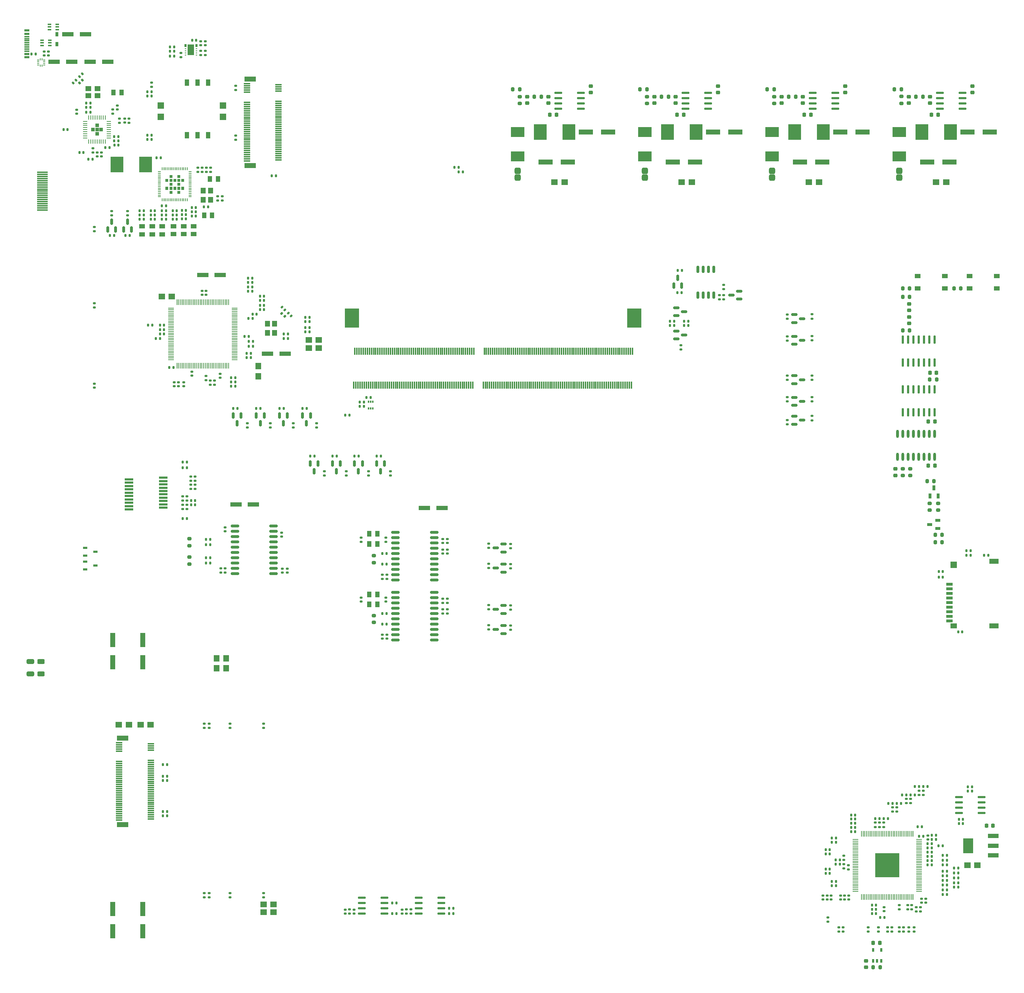
<source format=gtp>
G04 #@! TF.GenerationSoftware,KiCad,Pcbnew,7.0.8*
G04 #@! TF.CreationDate,2024-05-07T21:46:37+03:00*
G04 #@! TF.ProjectId,Tangenta,54616e67-656e-4746-912e-6b696361645f,rev?*
G04 #@! TF.SameCoordinates,Original*
G04 #@! TF.FileFunction,Paste,Top*
G04 #@! TF.FilePolarity,Positive*
%FSLAX46Y46*%
G04 Gerber Fmt 4.6, Leading zero omitted, Abs format (unit mm)*
G04 Created by KiCad (PCBNEW 7.0.8) date 2024-05-07 21:46:37*
%MOMM*%
%LPD*%
G01*
G04 APERTURE LIST*
G04 Aperture macros list*
%AMRoundRect*
0 Rectangle with rounded corners*
0 $1 Rounding radius*
0 $2 $3 $4 $5 $6 $7 $8 $9 X,Y pos of 4 corners*
0 Add a 4 corners polygon primitive as box body*
4,1,4,$2,$3,$4,$5,$6,$7,$8,$9,$2,$3,0*
0 Add four circle primitives for the rounded corners*
1,1,$1+$1,$2,$3*
1,1,$1+$1,$4,$5*
1,1,$1+$1,$6,$7*
1,1,$1+$1,$8,$9*
0 Add four rect primitives between the rounded corners*
20,1,$1+$1,$2,$3,$4,$5,0*
20,1,$1+$1,$4,$5,$6,$7,0*
20,1,$1+$1,$6,$7,$8,$9,0*
20,1,$1+$1,$8,$9,$2,$3,0*%
G04 Aperture macros list end*
%ADD10C,0.100000*%
%ADD11RoundRect,0.135000X-0.135000X-0.185000X0.135000X-0.185000X0.135000X0.185000X-0.135000X0.185000X0*%
%ADD12RoundRect,0.140000X-0.140000X-0.170000X0.140000X-0.170000X0.140000X0.170000X-0.140000X0.170000X0*%
%ADD13RoundRect,0.140000X0.170000X-0.140000X0.170000X0.140000X-0.170000X0.140000X-0.170000X-0.140000X0*%
%ADD14RoundRect,0.225000X-0.225000X-0.250000X0.225000X-0.250000X0.225000X0.250000X-0.225000X0.250000X0*%
%ADD15RoundRect,0.135000X0.185000X-0.135000X0.185000X0.135000X-0.185000X0.135000X-0.185000X-0.135000X0*%
%ADD16RoundRect,0.140000X-0.170000X0.140000X-0.170000X-0.140000X0.170000X-0.140000X0.170000X0.140000X0*%
%ADD17RoundRect,0.135000X-0.185000X0.135000X-0.185000X-0.135000X0.185000X-0.135000X0.185000X0.135000X0*%
%ADD18RoundRect,0.225000X-0.250000X0.225000X-0.250000X-0.225000X0.250000X-0.225000X0.250000X0.225000X0*%
%ADD19RoundRect,0.225000X0.250000X-0.225000X0.250000X0.225000X-0.250000X0.225000X-0.250000X-0.225000X0*%
%ADD20R,0.916002X0.350013*%
%ADD21R,1.377013X1.132537*%
%ADD22RoundRect,0.140000X0.140000X0.170000X-0.140000X0.170000X-0.140000X-0.170000X0.140000X-0.170000X0*%
%ADD23RoundRect,0.200000X0.200000X0.275000X-0.200000X0.275000X-0.200000X-0.275000X0.200000X-0.275000X0*%
%ADD24R,1.132537X1.377013*%
%ADD25O,0.200000X1.500000*%
%ADD26O,1.500000X0.200000*%
%ADD27R,5.800000X5.800000*%
%ADD28R,2.800000X1.100000*%
%ADD29RoundRect,0.150000X-0.587500X-0.150000X0.587500X-0.150000X0.587500X0.150000X-0.587500X0.150000X0*%
%ADD30RoundRect,0.365853X-0.384147X0.384147X-0.384147X-0.384147X0.384147X-0.384147X0.384147X0.384147X0*%
%ADD31R,2.000000X0.500000*%
%ADD32R,1.500000X1.358903*%
%ADD33R,1.024994X0.280010*%
%ADD34R,0.280010X1.024994*%
%ADD35R,0.850000X0.850000*%
%ADD36R,3.500000X1.200000*%
%ADD37R,1.550000X0.300000*%
%ADD38R,2.750000X1.200000*%
%ADD39RoundRect,0.135000X0.135000X0.185000X-0.135000X0.185000X-0.135000X-0.185000X0.135000X-0.185000X0*%
%ADD40R,1.600000X0.700000*%
%ADD41R,1.500000X1.200000*%
%ADD42R,2.200000X1.200000*%
%ADD43R,1.500000X1.600000*%
%ADD44R,1.200000X3.500000*%
%ADD45R,2.500000X1.100000*%
%ADD46R,2.340005X3.600000*%
%ADD47RoundRect,0.150000X0.875000X0.150000X-0.875000X0.150000X-0.875000X-0.150000X0.875000X-0.150000X0*%
%ADD48RoundRect,0.200000X0.275000X-0.200000X0.275000X0.200000X-0.275000X0.200000X-0.275000X-0.200000X0*%
%ADD49RoundRect,0.150000X-0.150000X0.587500X-0.150000X-0.587500X0.150000X-0.587500X0.150000X0.587500X0*%
%ADD50R,1.400000X1.100000*%
%ADD51R,0.300000X0.500000*%
%ADD52RoundRect,0.225000X0.225000X0.250000X-0.225000X0.250000X-0.225000X-0.250000X0.225000X-0.250000X0*%
%ADD53R,0.700000X1.250013*%
%ADD54R,1.200000X1.400000*%
%ADD55R,3.200000X2.400000*%
%ADD56R,0.300000X1.750000*%
%ADD57R,3.500000X4.600000*%
%ADD58O,0.200000X0.700000*%
%ADD59O,0.700000X0.200000*%
%ADD60R,1.358903X1.500000*%
%ADD61R,3.029997X3.820015*%
%ADD62RoundRect,0.200000X-0.200000X-0.275000X0.200000X-0.275000X0.200000X0.275000X-0.200000X0.275000X0*%
%ADD63RoundRect,0.140000X-0.219203X-0.021213X-0.021213X-0.219203X0.219203X0.021213X0.021213X0.219203X0*%
%ADD64RoundRect,0.150000X0.587500X0.150000X-0.587500X0.150000X-0.587500X-0.150000X0.587500X-0.150000X0*%
%ADD65O,0.602007X1.970993*%
%ADD66RoundRect,0.200000X-0.275000X0.200000X-0.275000X-0.200000X0.275000X-0.200000X0.275000X0.200000X0*%
%ADD67O,0.700000X1.800000*%
%ADD68RoundRect,0.140000X0.021213X-0.219203X0.219203X-0.021213X-0.021213X0.219203X-0.219203X0.021213X0*%
%ADD69R,1.070003X0.600000*%
%ADD70RoundRect,0.135000X-0.226274X-0.035355X-0.035355X-0.226274X0.226274X0.035355X0.035355X0.226274X0*%
%ADD71R,1.000000X1.500000*%
%ADD72R,1.600000X1.500000*%
%ADD73RoundRect,0.140000X-0.021213X0.219203X-0.219203X0.021213X0.021213X-0.219203X0.219203X-0.021213X0*%
%ADD74RoundRect,0.250000X-0.625000X0.312500X-0.625000X-0.312500X0.625000X-0.312500X0.625000X0.312500X0*%
%ADD75RoundRect,0.140000X0.219203X0.021213X0.021213X0.219203X-0.219203X-0.021213X-0.021213X-0.219203X0*%
%ADD76O,1.950216X0.568402*%
%ADD77R,0.500000X0.900000*%
%ADD78R,1.400000X1.200000*%
%ADD79R,0.200000X0.505004*%
%ADD80R,0.505004X0.200000*%
%ADD81RoundRect,0.150000X0.150000X-0.587500X0.150000X0.587500X-0.150000X0.587500X-0.150000X-0.587500X0*%
%ADD82R,0.750013X1.000000*%
%ADD83R,1.150013X0.600000*%
%ADD84R,1.150013X0.300000*%
%ADD85RoundRect,0.250000X0.650000X-0.325000X0.650000X0.325000X-0.650000X0.325000X-0.650000X-0.325000X0*%
%ADD86R,1.250013X0.700000*%
%ADD87R,2.600000X0.300000*%
%ADD88O,0.573990X2.037998*%
%ADD89R,1.459995X0.200000*%
%ADD90R,0.200000X1.459995*%
%ADD91RoundRect,0.135000X0.035355X-0.226274X0.226274X-0.035355X-0.035355X0.226274X-0.226274X0.035355X0*%
%ADD92R,0.500000X0.750013*%
%ADD93R,0.450013X0.250013*%
%ADD94R,1.500000X2.500000*%
G04 APERTURE END LIST*
D10*
X78714000Y-64823000D02*
X78114000Y-64823000D01*
X78114000Y-64223000D01*
X78714000Y-64223000D01*
X78714000Y-64823000D01*
G36*
X78714000Y-64823000D02*
G01*
X78114000Y-64823000D01*
X78114000Y-64223000D01*
X78714000Y-64223000D01*
X78714000Y-64823000D01*
G37*
X76814000Y-64823000D02*
X76214000Y-64823000D01*
X76214000Y-64223000D01*
X76814000Y-64223000D01*
X76814000Y-64823000D01*
G36*
X76814000Y-64823000D02*
G01*
X76214000Y-64823000D01*
X76214000Y-64223000D01*
X76814000Y-64223000D01*
X76814000Y-64823000D01*
G37*
X79664000Y-65773000D02*
X79064000Y-65773000D01*
X79064000Y-65173000D01*
X79664000Y-65173000D01*
X79664000Y-65773000D01*
G36*
X79664000Y-65773000D02*
G01*
X79064000Y-65773000D01*
X79064000Y-65173000D01*
X79664000Y-65173000D01*
X79664000Y-65773000D01*
G37*
X78714000Y-65773000D02*
X78114000Y-65773000D01*
X78114000Y-65173000D01*
X78714000Y-65173000D01*
X78714000Y-65773000D01*
G36*
X78714000Y-65773000D02*
G01*
X78114000Y-65773000D01*
X78114000Y-65173000D01*
X78714000Y-65173000D01*
X78714000Y-65773000D01*
G37*
X77764000Y-65773000D02*
X77164000Y-65773000D01*
X77164000Y-65173000D01*
X77764000Y-65173000D01*
X77764000Y-65773000D01*
G36*
X77764000Y-65773000D02*
G01*
X77164000Y-65773000D01*
X77164000Y-65173000D01*
X77764000Y-65173000D01*
X77764000Y-65773000D01*
G37*
X76814000Y-65773000D02*
X76214000Y-65773000D01*
X76214000Y-65173000D01*
X76814000Y-65173000D01*
X76814000Y-65773000D01*
G36*
X76814000Y-65773000D02*
G01*
X76214000Y-65773000D01*
X76214000Y-65173000D01*
X76814000Y-65173000D01*
X76814000Y-65773000D01*
G37*
X75864000Y-65773000D02*
X75264000Y-65773000D01*
X75264000Y-65173000D01*
X75864000Y-65173000D01*
X75864000Y-65773000D01*
G36*
X75864000Y-65773000D02*
G01*
X75264000Y-65773000D01*
X75264000Y-65173000D01*
X75864000Y-65173000D01*
X75864000Y-65773000D01*
G37*
X78714000Y-66723000D02*
X78114000Y-66723000D01*
X78114000Y-66123000D01*
X78714000Y-66123000D01*
X78714000Y-66723000D01*
G36*
X78714000Y-66723000D02*
G01*
X78114000Y-66723000D01*
X78114000Y-66123000D01*
X78714000Y-66123000D01*
X78714000Y-66723000D01*
G37*
X76814000Y-66723000D02*
X76214000Y-66723000D01*
X76214000Y-66123000D01*
X76814000Y-66123000D01*
X76814000Y-66723000D01*
G36*
X76814000Y-66723000D02*
G01*
X76214000Y-66723000D01*
X76214000Y-66123000D01*
X76814000Y-66123000D01*
X76814000Y-66723000D01*
G37*
X79664000Y-67673000D02*
X79064000Y-67673000D01*
X79064000Y-67073000D01*
X79664000Y-67073000D01*
X79664000Y-67673000D01*
G36*
X79664000Y-67673000D02*
G01*
X79064000Y-67673000D01*
X79064000Y-67073000D01*
X79664000Y-67073000D01*
X79664000Y-67673000D01*
G37*
X78714000Y-67673000D02*
X78114000Y-67673000D01*
X78114000Y-67073000D01*
X78714000Y-67073000D01*
X78714000Y-67673000D01*
G36*
X78714000Y-67673000D02*
G01*
X78114000Y-67673000D01*
X78114000Y-67073000D01*
X78714000Y-67073000D01*
X78714000Y-67673000D01*
G37*
X77764000Y-67673000D02*
X77164000Y-67673000D01*
X77164000Y-67073000D01*
X77764000Y-67073000D01*
X77764000Y-67673000D01*
G36*
X77764000Y-67673000D02*
G01*
X77164000Y-67673000D01*
X77164000Y-67073000D01*
X77764000Y-67073000D01*
X77764000Y-67673000D01*
G37*
X76814000Y-67673000D02*
X76214000Y-67673000D01*
X76214000Y-67073000D01*
X76814000Y-67073000D01*
X76814000Y-67673000D01*
G36*
X76814000Y-67673000D02*
G01*
X76214000Y-67673000D01*
X76214000Y-67073000D01*
X76814000Y-67073000D01*
X76814000Y-67673000D01*
G37*
X75864000Y-67673000D02*
X75264000Y-67673000D01*
X75264000Y-67073000D01*
X75864000Y-67073000D01*
X75864000Y-67673000D01*
G36*
X75864000Y-67673000D02*
G01*
X75264000Y-67673000D01*
X75264000Y-67073000D01*
X75864000Y-67073000D01*
X75864000Y-67673000D01*
G37*
X78714000Y-68623000D02*
X78114000Y-68623000D01*
X78114000Y-68023000D01*
X78714000Y-68023000D01*
X78714000Y-68623000D01*
G36*
X78714000Y-68623000D02*
G01*
X78114000Y-68623000D01*
X78114000Y-68023000D01*
X78714000Y-68023000D01*
X78714000Y-68623000D01*
G37*
X76814000Y-68623000D02*
X76214000Y-68623000D01*
X76214000Y-68023000D01*
X76814000Y-68023000D01*
X76814000Y-68623000D01*
G36*
X76814000Y-68623000D02*
G01*
X76214000Y-68623000D01*
X76214000Y-68023000D01*
X76814000Y-68023000D01*
X76814000Y-68623000D01*
G37*
D11*
X94204600Y-102920800D03*
X95224600Y-102920800D03*
D12*
X233454000Y-226009200D03*
X234414000Y-226009200D03*
D13*
X128324400Y-161056200D03*
X128324400Y-160096200D03*
D14*
X271992775Y-220245400D03*
X273542775Y-220245400D03*
D12*
X70944800Y-44246800D03*
X71904800Y-44246800D03*
D15*
X152677100Y-153661800D03*
X152677100Y-152641800D03*
D11*
X76327000Y-35687000D03*
X77347000Y-35687000D03*
D16*
X118287800Y-240390800D03*
X118287800Y-241350800D03*
D12*
X234927200Y-234696000D03*
X235887200Y-234696000D03*
D13*
X58191400Y-77670600D03*
X58191400Y-76710600D03*
D17*
X157960300Y-152718000D03*
X157960300Y-153738000D03*
D18*
X268599000Y-42887600D03*
X268599000Y-44437600D03*
D15*
X243611400Y-245670800D03*
X243611400Y-244650800D03*
D11*
X129604224Y-241350801D03*
X130624224Y-241350801D03*
D19*
X253486000Y-96662000D03*
X253486000Y-95112000D03*
D20*
X45700948Y-31862013D03*
X45700948Y-32512000D03*
X45700948Y-33161987D03*
X47517052Y-33161987D03*
X47517052Y-32512000D03*
X47517052Y-31862013D03*
D21*
X79629000Y-78410818D03*
X79629000Y-76478382D03*
D15*
X84836000Y-35433000D03*
X84836000Y-34413000D03*
D20*
X47478948Y-28052013D03*
X47478948Y-28702000D03*
X47478948Y-29351987D03*
X49295052Y-29351987D03*
X49295052Y-28702000D03*
X49295052Y-28052013D03*
D22*
X82550000Y-73025000D03*
X81590000Y-73025000D03*
D13*
X208991200Y-94002800D03*
X208991200Y-93042800D03*
D23*
X165284000Y-45466000D03*
X163634000Y-45466000D03*
D12*
X73939400Y-100253800D03*
X74899400Y-100253800D03*
D16*
X142797000Y-165864600D03*
X142797000Y-166824600D03*
D24*
X86437218Y-73886000D03*
X84504782Y-73886000D03*
D13*
X103249200Y-159560200D03*
X103249200Y-158600200D03*
D25*
X242022953Y-237386597D03*
X242423003Y-237386597D03*
X242823054Y-237386597D03*
X243223105Y-237386597D03*
X243623156Y-237386597D03*
X244023207Y-237386597D03*
X244423257Y-237386597D03*
X244823054Y-237386597D03*
X245223359Y-237386597D03*
X245623156Y-237386597D03*
X246023461Y-237386597D03*
X246423003Y-237386597D03*
X246823562Y-237386597D03*
X247223105Y-237386597D03*
X247623156Y-237386597D03*
X248023207Y-237386597D03*
X248423003Y-237386597D03*
X248823054Y-237386597D03*
X249223105Y-237386597D03*
X249622648Y-237386597D03*
X250023207Y-237386597D03*
X250422749Y-237386597D03*
X250823054Y-237386597D03*
X251222851Y-237386597D03*
X251623156Y-237386597D03*
X252022953Y-237386597D03*
X252423003Y-237386597D03*
X252823054Y-237386597D03*
X253223105Y-237386597D03*
X253623156Y-237386597D03*
X254023207Y-237386597D03*
X254423257Y-237386597D03*
D26*
X255822800Y-235987054D03*
X255822800Y-235587004D03*
X255822800Y-235186953D03*
X255822800Y-234786902D03*
X255822800Y-234386851D03*
X255822800Y-233986800D03*
X255822800Y-233586750D03*
X255822800Y-233186953D03*
X255822800Y-232786648D03*
X255822800Y-232386851D03*
X255822800Y-231986546D03*
X255822800Y-231587004D03*
X255822800Y-231186445D03*
X255822800Y-230786902D03*
X255822800Y-230386851D03*
X255822800Y-229986800D03*
X255822800Y-229587004D03*
X255822800Y-229186953D03*
X255822800Y-228786902D03*
X255822800Y-228387359D03*
X255822800Y-227986800D03*
X255822800Y-227587258D03*
X255822800Y-227186953D03*
X255822800Y-226787156D03*
X255822800Y-226386851D03*
X255822800Y-225987054D03*
X255822800Y-225587004D03*
X255822800Y-225186953D03*
X255822800Y-224786902D03*
X255822800Y-224386851D03*
X255822800Y-223986800D03*
X255822800Y-223586750D03*
D25*
X254423257Y-222187207D03*
X254023207Y-222187207D03*
X253623156Y-222187207D03*
X253223105Y-222187207D03*
X252823054Y-222187207D03*
X252423003Y-222187207D03*
X252022953Y-222187207D03*
X251623156Y-222187207D03*
X251222851Y-222187207D03*
X250823054Y-222187207D03*
X250422749Y-222187207D03*
X250023207Y-222187207D03*
X249622648Y-222187207D03*
X249223105Y-222187207D03*
X248823054Y-222187207D03*
X248423003Y-222187207D03*
X248023207Y-222187207D03*
X247623156Y-222187207D03*
X247223105Y-222187207D03*
X246823562Y-222187207D03*
X246423003Y-222187207D03*
X246023461Y-222187207D03*
X245623156Y-222187207D03*
X245223359Y-222187207D03*
X244823054Y-222187207D03*
X244423257Y-222187207D03*
X244023207Y-222187207D03*
X243623156Y-222187207D03*
X243223105Y-222187207D03*
X242823054Y-222187207D03*
X242423003Y-222187207D03*
X242022953Y-222187207D03*
D26*
X240623410Y-223586750D03*
X240623410Y-223986800D03*
X240623410Y-224386851D03*
X240623410Y-224786902D03*
X240623410Y-225186953D03*
X240623410Y-225587004D03*
X240623410Y-225987054D03*
X240623410Y-226386851D03*
X240623410Y-226787156D03*
X240623410Y-227186953D03*
X240623410Y-227587258D03*
X240623410Y-227986800D03*
X240623410Y-228387359D03*
X240623410Y-228786902D03*
X240623410Y-229186953D03*
X240623410Y-229587004D03*
X240623410Y-229986800D03*
X240623410Y-230386851D03*
X240623410Y-230786902D03*
X240623410Y-231186445D03*
X240623410Y-231587004D03*
X240623410Y-231986546D03*
X240623410Y-232386851D03*
X240623410Y-232786648D03*
X240623410Y-233186953D03*
X240623410Y-233586750D03*
X240623410Y-233986800D03*
X240623410Y-234386851D03*
X240623410Y-234786902D03*
X240623410Y-235186953D03*
X240623410Y-235587004D03*
X240623410Y-235987054D03*
D27*
X248223105Y-229786902D03*
D11*
X108760800Y-99339400D03*
X109780800Y-99339400D03*
D17*
X64262000Y-50673000D03*
X64262000Y-51693000D03*
D28*
X88383876Y-88214200D03*
X84183724Y-88214200D03*
D29*
X197662800Y-101636000D03*
X197662800Y-103536000D03*
X199537800Y-102586000D03*
D19*
X197479000Y-47003000D03*
X197479000Y-45453000D03*
D30*
X190113000Y-63200000D03*
X190113000Y-64830000D03*
D31*
X66537451Y-137214349D03*
X66537451Y-138014451D03*
X66537451Y-138814298D03*
X66537451Y-139614400D03*
X66537451Y-140414248D03*
X66537451Y-141214349D03*
X66537451Y-142014451D03*
X66537451Y-142814298D03*
X66537451Y-143614400D03*
X66537451Y-144414502D03*
X74737349Y-144014451D03*
X74737349Y-143214349D03*
X74737349Y-142414502D03*
X74737349Y-141614400D03*
X74737349Y-140814298D03*
X74737349Y-140014451D03*
X74737349Y-139214349D03*
X74737349Y-138414248D03*
X74737349Y-137614400D03*
X74737349Y-136814298D03*
D32*
X111994698Y-103784400D03*
X109594902Y-103784400D03*
D15*
X62349000Y-73916000D03*
X62349000Y-72896000D03*
D33*
X56001000Y-51333873D03*
X56001000Y-51834000D03*
X56001000Y-52333873D03*
X56001000Y-52834000D03*
X56001000Y-53333873D03*
X56001000Y-53834000D03*
X56001000Y-54333873D03*
X56001000Y-54834000D03*
X56001000Y-55333873D03*
D34*
X56863586Y-56196459D03*
X57363459Y-56196459D03*
X57863586Y-56196459D03*
X58363459Y-56196459D03*
X58863586Y-56196459D03*
X59363459Y-56196459D03*
X59863586Y-56196459D03*
X60363459Y-56196459D03*
X60863586Y-56196459D03*
D33*
X61726172Y-55333873D03*
X61726172Y-54834000D03*
X61726172Y-54333873D03*
X61726172Y-53834000D03*
X61726172Y-53333873D03*
X61726172Y-52834000D03*
X61726172Y-52333873D03*
X61726172Y-51834000D03*
X61726172Y-51333873D03*
D34*
X60863586Y-50471287D03*
X60363459Y-50471287D03*
X59863586Y-50471287D03*
X59363459Y-50471287D03*
X58863586Y-50471287D03*
X58363459Y-50471287D03*
X57863586Y-50471287D03*
X57363459Y-50471287D03*
X56863586Y-50471287D03*
D35*
X58863586Y-52333873D03*
X59863586Y-53333873D03*
X58863586Y-53333873D03*
X57863586Y-53333873D03*
X58863586Y-54333873D03*
D36*
X242313053Y-53949600D03*
X236972947Y-53949600D03*
D11*
X108762800Y-101828600D03*
X109782800Y-101828600D03*
X129604224Y-238785401D03*
X130624224Y-238785401D03*
D29*
X197662800Y-96048000D03*
X197662800Y-97948000D03*
X199537800Y-96998000D03*
D37*
X64179000Y-218903600D03*
X71729000Y-218653600D03*
X64179000Y-218403600D03*
X71729000Y-218153600D03*
X64179000Y-217903600D03*
X71729000Y-217653600D03*
X64179000Y-217403600D03*
X71729000Y-217153600D03*
X64179000Y-216903600D03*
X71729000Y-216653600D03*
X64179000Y-216403600D03*
X71729000Y-216153600D03*
X64179000Y-215903600D03*
X71729000Y-215653600D03*
X64179000Y-215403600D03*
X71729000Y-215153600D03*
X64179000Y-214903600D03*
X71729000Y-214653600D03*
X64179000Y-214403600D03*
X71729000Y-214153600D03*
X64179000Y-213903600D03*
X71729000Y-213653600D03*
X64179000Y-213403600D03*
X71729000Y-213153600D03*
X64179000Y-212903600D03*
X71729000Y-212653600D03*
X64179000Y-212403600D03*
X71729000Y-212153600D03*
X64179000Y-211903600D03*
X71729000Y-211653600D03*
X64179000Y-211403600D03*
X71729000Y-211153600D03*
X64179000Y-210903600D03*
X71729000Y-210653600D03*
X64179000Y-210403600D03*
X71729000Y-210153600D03*
X64179000Y-209903600D03*
X71729000Y-209653600D03*
X64179000Y-209403600D03*
X71729000Y-209153600D03*
X64179000Y-208903600D03*
X71729000Y-208653600D03*
X64179000Y-208403600D03*
X71729000Y-208153600D03*
X64179000Y-207903600D03*
X71729000Y-207653600D03*
X64179000Y-207403600D03*
X71729000Y-207153600D03*
X64179000Y-206903600D03*
X71729000Y-206653600D03*
X64179000Y-206403600D03*
X71729000Y-206153600D03*
X64179000Y-205903600D03*
X71729000Y-205653600D03*
X64179000Y-205403600D03*
X71729000Y-205153600D03*
X64179000Y-204903600D03*
X71729000Y-204653600D03*
X64179000Y-202403600D03*
X71729000Y-202153600D03*
X64179000Y-201903600D03*
X71729000Y-201653600D03*
X64179000Y-201403600D03*
X71729000Y-201153600D03*
X64179000Y-200903600D03*
X71729000Y-200653600D03*
X64179000Y-200403600D03*
D38*
X64953000Y-220003600D03*
X64953000Y-199303600D03*
D39*
X122834400Y-118668800D03*
X121814400Y-118668800D03*
D13*
X78994000Y-35941000D03*
X78994000Y-34981000D03*
D16*
X142802400Y-151513600D03*
X142802400Y-152473600D03*
D12*
X265229400Y-173812200D03*
X266189400Y-173812200D03*
D13*
X122096000Y-166522400D03*
X122096000Y-165562400D03*
D16*
X134102024Y-240383241D03*
X134102024Y-241343241D03*
D39*
X262511000Y-229666800D03*
X261491000Y-229666800D03*
D13*
X237007400Y-237970000D03*
X237007400Y-237010000D03*
D40*
X263143910Y-162342064D03*
X263143910Y-163441886D03*
X263143910Y-164541962D03*
X263143910Y-165642038D03*
X263143910Y-166742114D03*
X263143910Y-167841936D03*
X263143910Y-168942013D03*
X263143910Y-170042089D03*
X263143910Y-171141911D03*
D41*
X264143910Y-172342064D03*
D42*
X273744114Y-172342064D03*
D43*
X264143910Y-157742114D03*
D42*
X273744114Y-156841936D03*
D39*
X80418400Y-133096000D03*
X79398400Y-133096000D03*
D15*
X237642400Y-245670800D03*
X237642400Y-244650800D03*
D24*
X126038400Y-152704800D03*
X124105964Y-152704800D03*
D15*
X252069600Y-245668800D03*
X252069600Y-244648800D03*
D44*
X69844000Y-240282947D03*
X69844000Y-245623053D03*
D39*
X262511000Y-228574600D03*
X261491000Y-228574600D03*
D24*
X126034018Y-164797800D03*
X124101582Y-164797800D03*
D45*
X273576904Y-227371375D03*
X273576904Y-225071400D03*
X273576904Y-222771425D03*
D46*
X267636975Y-225071400D03*
D11*
X74668000Y-205615000D03*
X75688000Y-205615000D03*
D47*
X139627400Y-161366200D03*
X139627400Y-160096200D03*
X139627400Y-158826200D03*
X139627400Y-157556200D03*
X139627400Y-156286200D03*
X139627400Y-155016200D03*
X139627400Y-153746200D03*
X139627400Y-152476200D03*
X139627400Y-151206200D03*
X139627400Y-149936200D03*
X130327400Y-149936200D03*
X130327400Y-151206200D03*
X130327400Y-152476200D03*
X130327400Y-153746200D03*
X130327400Y-155016200D03*
X130327400Y-156286200D03*
X130327400Y-157556200D03*
X130327400Y-158826200D03*
X130327400Y-160096200D03*
X130327400Y-161366200D03*
D17*
X250514200Y-215898000D03*
X250514200Y-216918000D03*
D16*
X103124000Y-150015000D03*
X103124000Y-150975000D03*
D17*
X81356200Y-136521000D03*
X81356200Y-137541000D03*
D13*
X81584800Y-112367000D03*
X81584800Y-111407000D03*
D15*
X251053600Y-245670800D03*
X251053600Y-244650800D03*
D37*
X94792000Y-60812000D03*
X102342000Y-60562000D03*
X94792000Y-60312000D03*
X102342000Y-60062000D03*
X94792000Y-59812000D03*
X102342000Y-59562000D03*
X94792000Y-59312000D03*
X102342000Y-59062000D03*
X94792000Y-58812000D03*
X102342000Y-58562000D03*
X94792000Y-58312000D03*
X102342000Y-58062000D03*
X94792000Y-57812000D03*
X102342000Y-57562000D03*
X94792000Y-57312000D03*
X102342000Y-57062000D03*
X94792000Y-56812000D03*
X102342000Y-56562000D03*
X94792000Y-56312000D03*
X102342000Y-56062000D03*
X94792000Y-55812000D03*
X102342000Y-55562000D03*
X94792000Y-55312000D03*
X102342000Y-55062000D03*
X94792000Y-54812000D03*
X102342000Y-54562000D03*
X94792000Y-54312000D03*
X102342000Y-54062000D03*
X94792000Y-53812000D03*
X102342000Y-53562000D03*
X94792000Y-53312000D03*
X102342000Y-53062000D03*
X94792000Y-52812000D03*
X102342000Y-52562000D03*
X94792000Y-52312000D03*
X102342000Y-52062000D03*
X94792000Y-51812000D03*
X102342000Y-51562000D03*
X94792000Y-51312000D03*
X102342000Y-51062000D03*
X94792000Y-50812000D03*
X102342000Y-50562000D03*
X94792000Y-50312000D03*
X102342000Y-50062000D03*
X94792000Y-49812000D03*
X102342000Y-49562000D03*
X94792000Y-49312000D03*
X102342000Y-49062000D03*
X94792000Y-48812000D03*
X102342000Y-48562000D03*
X94792000Y-48312000D03*
X102342000Y-48062000D03*
X94792000Y-47812000D03*
X102342000Y-47562000D03*
X94792000Y-47312000D03*
X102342000Y-47062000D03*
X94792000Y-46812000D03*
X102342000Y-46562000D03*
X94792000Y-44312000D03*
X102342000Y-44062000D03*
X94792000Y-43812000D03*
X102342000Y-43562000D03*
X94792000Y-43312000D03*
X102342000Y-43062000D03*
X94792000Y-42812000D03*
X102342000Y-42562000D03*
X94792000Y-42312000D03*
D38*
X95566000Y-61912000D03*
X95566000Y-41212000D03*
D11*
X120546400Y-131673600D03*
X121566400Y-131673600D03*
D12*
X97919600Y-96520000D03*
X98879600Y-96520000D03*
D48*
X260423000Y-144593038D03*
X260423000Y-142943038D03*
D49*
X109992200Y-121896900D03*
X108092200Y-121896900D03*
X109042200Y-123771900D03*
D21*
X74506000Y-78421218D03*
X74506000Y-76488782D03*
D11*
X115263200Y-131673600D03*
X116283200Y-131673600D03*
D12*
X239550000Y-219710000D03*
X240510000Y-219710000D03*
D23*
X261360000Y-150497000D03*
X259710000Y-150497000D03*
D32*
X69279102Y-196090000D03*
X71678898Y-196090000D03*
D50*
X255498600Y-88440000D03*
X261998472Y-88440000D03*
X255498600Y-91440000D03*
X261998472Y-91440000D03*
D51*
X124909200Y-118630825D03*
X124409200Y-118630825D03*
X123909200Y-118630825D03*
X123909200Y-120230775D03*
X124409200Y-120230775D03*
X124909200Y-120230775D03*
D48*
X258391000Y-144593038D03*
X258391000Y-142943038D03*
D12*
X233454000Y-231698800D03*
X234414000Y-231698800D03*
D22*
X70033000Y-74837782D03*
X69073000Y-74837782D03*
X258848800Y-225602800D03*
X257888800Y-225602800D03*
D17*
X118618000Y-135255000D03*
X118618000Y-136275000D03*
D22*
X268170600Y-154330400D03*
X267210600Y-154330400D03*
D39*
X101723000Y-64391000D03*
X100703000Y-64391000D03*
X92000800Y-114858800D03*
X90980800Y-114858800D03*
D12*
X244551200Y-241376200D03*
X245511200Y-241376200D03*
X235886400Y-229491000D03*
X236846400Y-229491000D03*
X74407000Y-71613000D03*
X75367000Y-71613000D03*
D15*
X230149400Y-98655600D03*
X230149400Y-97635600D03*
D11*
X60831000Y-57658000D03*
X61851000Y-57658000D03*
D12*
X50828000Y-53340000D03*
X51788000Y-53340000D03*
X70944800Y-45262800D03*
X71904800Y-45262800D03*
D15*
X224231200Y-103915400D03*
X224231200Y-102895400D03*
D12*
X239550000Y-217703400D03*
X240510000Y-217703400D03*
D15*
X152681700Y-173230000D03*
X152681700Y-172210000D03*
D11*
X127252000Y-169367200D03*
X128272000Y-169367200D03*
D12*
X76975000Y-72805782D03*
X77935000Y-72805782D03*
D52*
X199397000Y-49758600D03*
X197847000Y-49758600D03*
D39*
X75688000Y-217934000D03*
X74668000Y-217934000D03*
D18*
X238119000Y-42887600D03*
X238119000Y-44437600D03*
D17*
X238861600Y-229739000D03*
X238861600Y-230759000D03*
X246323200Y-219555600D03*
X246323200Y-220575600D03*
D15*
X152679400Y-168393800D03*
X152679400Y-167373800D03*
D16*
X142797000Y-168404600D03*
X142797000Y-169364600D03*
D39*
X66669000Y-78742000D03*
X65649000Y-78742000D03*
D53*
X258457038Y-141212038D03*
X260356962Y-141212038D03*
X259407000Y-139212038D03*
D32*
X98755200Y-241048000D03*
X101154996Y-241048000D03*
D39*
X248357200Y-218543600D03*
X247337200Y-218543600D03*
D22*
X85443000Y-71854000D03*
X84483000Y-71854000D03*
D11*
X109954600Y-131673600D03*
X110974600Y-131673600D03*
D15*
X198748400Y-106095200D03*
X198748400Y-105075200D03*
X81356200Y-139498800D03*
X81356200Y-138478800D03*
D17*
X157964900Y-172288200D03*
X157964900Y-173308200D03*
D13*
X58928000Y-59789000D03*
X58928000Y-58829000D03*
D12*
X260555800Y-160705800D03*
X261515800Y-160705800D03*
D39*
X198960200Y-92458300D03*
X197940200Y-92458300D03*
D11*
X198016400Y-87124300D03*
X199036400Y-87124300D03*
D32*
X66471898Y-196090000D03*
X64072102Y-196090000D03*
D11*
X103579200Y-103428800D03*
X104599200Y-103428800D03*
D13*
X78359000Y-114904400D03*
X78359000Y-113944400D03*
D48*
X125196600Y-171513000D03*
X125196600Y-169863000D03*
D15*
X80416400Y-142320200D03*
X80416400Y-141300200D03*
D17*
X83058000Y-62482000D03*
X83058000Y-63502000D03*
X90754200Y-236474000D03*
X90754200Y-237494000D03*
D54*
X99683187Y-99890324D03*
X99683187Y-102090476D03*
X101383213Y-102090476D03*
X101383213Y-99890324D03*
D19*
X227959000Y-47003000D03*
X227959000Y-45453000D03*
D55*
X251073000Y-53949594D03*
X251073000Y-59791606D03*
D13*
X59944000Y-59789000D03*
X59944000Y-58829000D03*
D16*
X141659400Y-154053600D03*
X141659400Y-155013600D03*
X120462224Y-240390801D03*
X120462224Y-241350801D03*
D11*
X118311200Y-121818400D03*
X119331200Y-121818400D03*
D12*
X79177000Y-74753218D03*
X80137000Y-74753218D03*
D39*
X80418400Y-146583400D03*
X79398400Y-146583400D03*
D16*
X47244000Y-34572000D03*
X47244000Y-35532000D03*
D56*
X187148000Y-106454000D03*
X186898000Y-114654000D03*
X186648000Y-106454000D03*
X186398000Y-114654000D03*
X186148000Y-106454000D03*
X185898000Y-114654000D03*
X185648000Y-106454000D03*
X185398000Y-114654000D03*
X185148000Y-106454000D03*
X184898000Y-114654000D03*
X184648000Y-106454000D03*
X184398000Y-114654000D03*
X184148000Y-106454000D03*
X183898000Y-114654000D03*
X183648000Y-106454000D03*
X183398000Y-114654000D03*
X183148000Y-106454000D03*
X182898000Y-114654000D03*
X182648000Y-106454000D03*
X182398000Y-114654000D03*
X182148000Y-106454000D03*
X181898000Y-114654000D03*
X181648000Y-106454000D03*
X181398000Y-114654000D03*
X181148000Y-106454000D03*
X180898000Y-114654000D03*
X180648000Y-106454000D03*
X180398000Y-114654000D03*
X180148000Y-106454000D03*
X179898000Y-114654000D03*
X179648000Y-106454000D03*
X179398000Y-114654000D03*
X179148000Y-106454000D03*
X178898000Y-114654000D03*
X178648000Y-106454000D03*
X178398000Y-114654000D03*
X178148000Y-106454000D03*
X177898000Y-114654000D03*
X177648000Y-106454000D03*
X177398000Y-114654000D03*
X177148000Y-106454000D03*
X176898000Y-114654000D03*
X176648000Y-106454000D03*
X176398000Y-114654000D03*
X176148000Y-106454000D03*
X175898000Y-114654000D03*
X175648000Y-106454000D03*
X175398000Y-114654000D03*
X175148000Y-106454000D03*
X174898000Y-114654000D03*
X174648000Y-106454000D03*
X174398000Y-114654000D03*
X174148000Y-106454000D03*
X173898000Y-114654000D03*
X173648000Y-106454000D03*
X173398000Y-114654000D03*
X173148000Y-106454000D03*
X172898000Y-114654000D03*
X172648000Y-106454000D03*
X172398000Y-114654000D03*
X172148000Y-106454000D03*
X171898000Y-114654000D03*
X171648000Y-106454000D03*
X171398000Y-114654000D03*
X171148000Y-106454000D03*
X170898000Y-114654000D03*
X170648000Y-106454000D03*
X170398000Y-114654000D03*
X170148000Y-106454000D03*
X169898000Y-114654000D03*
X169648000Y-106454000D03*
X169398000Y-114654000D03*
X169148000Y-106454000D03*
X168898000Y-114654000D03*
X168648000Y-106454000D03*
X168398000Y-114654000D03*
X168148000Y-106454000D03*
X167898000Y-114654000D03*
X167648000Y-106454000D03*
X167398000Y-114654000D03*
X167148000Y-106454000D03*
X166898000Y-114654000D03*
X166648000Y-106454000D03*
X166398000Y-114654000D03*
X166148000Y-106454000D03*
X165898000Y-114654000D03*
X165648000Y-106454000D03*
X165398000Y-114654000D03*
X165148000Y-106454000D03*
X164898000Y-114654000D03*
X164648000Y-106454000D03*
X164398000Y-114654000D03*
X164148000Y-106454000D03*
X163898000Y-114654000D03*
X163648000Y-106454000D03*
X163398000Y-114654000D03*
X163148000Y-106454000D03*
X162898000Y-114654000D03*
X162648000Y-106454000D03*
X162398000Y-114654000D03*
X162148000Y-106454000D03*
X161898000Y-114654000D03*
X161648000Y-106454000D03*
X161398000Y-114654000D03*
X161148000Y-106454000D03*
X160898000Y-114654000D03*
X160648000Y-106454000D03*
X160398000Y-114654000D03*
X160148000Y-106454000D03*
X159898000Y-114654000D03*
X159648000Y-106454000D03*
X159398000Y-114654000D03*
X159148000Y-106454000D03*
X158898000Y-114654000D03*
X158648000Y-106454000D03*
X158398000Y-114654000D03*
X158148000Y-106454000D03*
X157898000Y-114654000D03*
X157648000Y-106454000D03*
X157398000Y-114654000D03*
X157148000Y-106454000D03*
X156898000Y-114654000D03*
X156648000Y-106454000D03*
X156398000Y-114654000D03*
X156148000Y-106454000D03*
X155898000Y-114654000D03*
X155648000Y-106454000D03*
X155398000Y-114654000D03*
X155148000Y-106454000D03*
X154898000Y-114654000D03*
X154648000Y-106454000D03*
X154398000Y-114654000D03*
X154148000Y-106454000D03*
X153898000Y-114654000D03*
X153648000Y-106454000D03*
X153398000Y-114654000D03*
X153148000Y-106454000D03*
X152898000Y-114654000D03*
X152648000Y-106454000D03*
X152398000Y-114654000D03*
X152148000Y-106454000D03*
X151898000Y-114654000D03*
X151648000Y-106454000D03*
X151398000Y-114654000D03*
X149148000Y-106454000D03*
X148898000Y-114654000D03*
X148648000Y-106454000D03*
X148398000Y-114654000D03*
X148148000Y-106454000D03*
X147898000Y-114654000D03*
X147648000Y-106454000D03*
X147398000Y-114654000D03*
X147148000Y-106454000D03*
X146898000Y-114654000D03*
X146648000Y-106454000D03*
X146398000Y-114654000D03*
X146148000Y-106454000D03*
X145898000Y-114654000D03*
X145648000Y-106454000D03*
X145398000Y-114654000D03*
X145148000Y-106454000D03*
X144898000Y-114654000D03*
X144648000Y-106454000D03*
X144398000Y-114654000D03*
X144148000Y-106454000D03*
X143898000Y-114654000D03*
X143648000Y-106454000D03*
X143398000Y-114654000D03*
X143148000Y-106454000D03*
X142898000Y-114654000D03*
X142648000Y-106454000D03*
X142398000Y-114654000D03*
X142148000Y-106454000D03*
X141898000Y-114654000D03*
X141648000Y-106454000D03*
X141398000Y-114654000D03*
X141148000Y-106454000D03*
X140898000Y-114654000D03*
X140648000Y-106454000D03*
X140398000Y-114654000D03*
X140148000Y-106454000D03*
X139898000Y-114654000D03*
X139648000Y-106454000D03*
X139398000Y-114654000D03*
X139148000Y-106454000D03*
X138898000Y-114654000D03*
X138648000Y-106454000D03*
X138398000Y-114654000D03*
X138148000Y-106454000D03*
X137898000Y-114654000D03*
X137648000Y-106454000D03*
X137398000Y-114654000D03*
X137148000Y-106454000D03*
X136898000Y-114654000D03*
X136648000Y-106454000D03*
X136398000Y-114654000D03*
X136148000Y-106454000D03*
X135898000Y-114654000D03*
X135648000Y-106454000D03*
X135398000Y-114654000D03*
X135148000Y-106454000D03*
X134898000Y-114654000D03*
X134648000Y-106454000D03*
X134398000Y-114654000D03*
X134148000Y-106454000D03*
X133898000Y-114654000D03*
X133648000Y-106454000D03*
X133398000Y-114654000D03*
X133148000Y-106454000D03*
X132898000Y-114654000D03*
X132648000Y-106454000D03*
X132398000Y-114654000D03*
X132148000Y-106454000D03*
X131898000Y-114654000D03*
X131648000Y-106454000D03*
X131398000Y-114654000D03*
X131148000Y-106454000D03*
X130898000Y-114654000D03*
X130648000Y-106454000D03*
X130398000Y-114654000D03*
X130148000Y-106454000D03*
X129898000Y-114654000D03*
X129648000Y-106454000D03*
X129398000Y-114654000D03*
X129148000Y-106454000D03*
X128898000Y-114654000D03*
X128648000Y-106454000D03*
X128398000Y-114654000D03*
X128148000Y-106454000D03*
X127898000Y-114654000D03*
X127648000Y-106454000D03*
X127398000Y-114654000D03*
X127148000Y-106454000D03*
X126898000Y-114654000D03*
X126648000Y-106454000D03*
X126398000Y-114654000D03*
X126148000Y-106454000D03*
X125898000Y-114654000D03*
X125648000Y-106454000D03*
X125398000Y-114654000D03*
X125148000Y-106454000D03*
X124898000Y-114654000D03*
X124648000Y-106454000D03*
X124398000Y-114654000D03*
X124148000Y-106454000D03*
X123898000Y-114654000D03*
X123648000Y-106454000D03*
X123398000Y-114654000D03*
X123148000Y-106454000D03*
X122898000Y-114654000D03*
X122648000Y-106454000D03*
X122398000Y-114654000D03*
X122148000Y-106454000D03*
X121898000Y-114654000D03*
X121648000Y-106454000D03*
X121398000Y-114654000D03*
X121148000Y-106454000D03*
X120898000Y-114654000D03*
X120648000Y-106454000D03*
X120398000Y-114654000D03*
D57*
X187573000Y-98554000D03*
X119973000Y-98554000D03*
D39*
X257860800Y-210921600D03*
X256840800Y-210921600D03*
D12*
X239550000Y-220726000D03*
X240510000Y-220726000D03*
D21*
X77216000Y-78410818D03*
X77216000Y-76478382D03*
D58*
X80464000Y-62723000D03*
X80064000Y-62723000D03*
X79664000Y-62723000D03*
X79264000Y-62723000D03*
X78864000Y-62723000D03*
X78464000Y-62723000D03*
X78064000Y-62723000D03*
X77664000Y-62723000D03*
X77264000Y-62723000D03*
X76864000Y-62723000D03*
X76464000Y-62723000D03*
X76064000Y-62723000D03*
X75664000Y-62723000D03*
X75264000Y-62723000D03*
X74864000Y-62723000D03*
X74464000Y-62723000D03*
D59*
X73764000Y-63423000D03*
X73764000Y-63823000D03*
X73764000Y-64223000D03*
X73764000Y-64623000D03*
X73764000Y-65023000D03*
X73764000Y-65423000D03*
X73764000Y-65823000D03*
X73764000Y-66223000D03*
X73764000Y-66623000D03*
X73764000Y-67023000D03*
X73764000Y-67423000D03*
X73764000Y-67823000D03*
X73764000Y-68223000D03*
X73764000Y-68623000D03*
X73764000Y-69023000D03*
X73764000Y-69423000D03*
D58*
X74464000Y-70123000D03*
X74864000Y-70123000D03*
X75264000Y-70123000D03*
X75664000Y-70123000D03*
X76064000Y-70123000D03*
X76464000Y-70123000D03*
X76864000Y-70123000D03*
X77264000Y-70123000D03*
X77664000Y-70123000D03*
X78064000Y-70123000D03*
X78464000Y-70123000D03*
X78864000Y-70123000D03*
X79264000Y-70123000D03*
X79664000Y-70123000D03*
X80064000Y-70123000D03*
X80464000Y-70123000D03*
D59*
X81164000Y-69423000D03*
X81164000Y-69023000D03*
X81164000Y-68623000D03*
X81164000Y-68223000D03*
X81164000Y-67823000D03*
X81164000Y-67423000D03*
X81164000Y-67023000D03*
X81164000Y-66623000D03*
X81164000Y-66223000D03*
X81164000Y-65823000D03*
X81164000Y-65423000D03*
X81164000Y-65023000D03*
X81164000Y-64623000D03*
X81164000Y-64223000D03*
X81164000Y-63823000D03*
X81164000Y-63423000D03*
D22*
X266316400Y-219811600D03*
X265356400Y-219811600D03*
D52*
X168917000Y-49758600D03*
X167367000Y-49758600D03*
D60*
X89783000Y-182557898D03*
X89783000Y-180158102D03*
D39*
X91998800Y-113842800D03*
X90978800Y-113842800D03*
D61*
X256528024Y-53949600D03*
X263397976Y-53949600D03*
D52*
X260357000Y-49758600D03*
X258807000Y-49758600D03*
D18*
X243128800Y-252717000D03*
X243128800Y-254267000D03*
D32*
X168466102Y-65963800D03*
X170865898Y-65963800D03*
D15*
X83693000Y-35433000D03*
X83693000Y-34413000D03*
D17*
X247339200Y-219555600D03*
X247339200Y-220575600D03*
D13*
X128319000Y-175409800D03*
X128319000Y-174449800D03*
D11*
X102561200Y-120190500D03*
X103581200Y-120190500D03*
D13*
X238988600Y-237970000D03*
X238988600Y-237010000D03*
D39*
X261518400Y-225094800D03*
X260498400Y-225094800D03*
X265228800Y-232843800D03*
X264208800Y-232843800D03*
D54*
X86078064Y-70203000D03*
X86078064Y-68002848D03*
X84328000Y-68002848D03*
X84328000Y-70203000D03*
D62*
X244832033Y-254262506D03*
X246482033Y-254262506D03*
D63*
X103186613Y-95927924D03*
X103865435Y-96606746D03*
D12*
X79177000Y-73737218D03*
X80137000Y-73737218D03*
D61*
X226048024Y-53949600D03*
X232917976Y-53949600D03*
D11*
X84933600Y-152908000D03*
X85953600Y-152908000D03*
D64*
X156258500Y-154620000D03*
X156258500Y-152720000D03*
X154383500Y-153670000D03*
D11*
X251764800Y-212877400D03*
X252784800Y-212877400D03*
D65*
X259582013Y-126293330D03*
X258312010Y-126293330D03*
X257042008Y-126293330D03*
X255772005Y-126293330D03*
X254502003Y-126293330D03*
X253232000Y-126293330D03*
X251961998Y-126293330D03*
X250691995Y-126293330D03*
X250691995Y-131764500D03*
X251961998Y-131764500D03*
X253232000Y-131764500D03*
X254502003Y-131764500D03*
X255772005Y-131764500D03*
X257042008Y-131764500D03*
X258312010Y-131764500D03*
X259582013Y-131764500D03*
D39*
X251536200Y-214934800D03*
X250516200Y-214934800D03*
D12*
X95074800Y-92100400D03*
X96034800Y-92100400D03*
D15*
X230161100Y-113311400D03*
X230161100Y-112291400D03*
D47*
X101170000Y-159867600D03*
X101170000Y-158597600D03*
X101170000Y-157327600D03*
X101170000Y-156057600D03*
X101170000Y-154787600D03*
X101170000Y-153517600D03*
X101170000Y-152247600D03*
X101170000Y-150977600D03*
X101170000Y-149707600D03*
X101170000Y-148437600D03*
X91870000Y-148437600D03*
X91870000Y-149707600D03*
X91870000Y-150977600D03*
X91870000Y-152247600D03*
X91870000Y-153517600D03*
X91870000Y-154787600D03*
X91870000Y-156057600D03*
X91870000Y-157327600D03*
X91870000Y-158597600D03*
X91870000Y-159867600D03*
D39*
X96141000Y-98602800D03*
X95121000Y-98602800D03*
D66*
X251961998Y-134675330D03*
X251961998Y-136325330D03*
D16*
X63754000Y-47526000D03*
X63754000Y-48486000D03*
D36*
X272793053Y-53949600D03*
X267452947Y-53949600D03*
D39*
X62931038Y-78742000D03*
X61911038Y-78742000D03*
D67*
X206603604Y-86842594D03*
X205333601Y-86842594D03*
X204063599Y-86842594D03*
X202793596Y-86842594D03*
X202793596Y-93040206D03*
X204063599Y-93040206D03*
X205333601Y-93040206D03*
X206603604Y-93040206D03*
D17*
X237814200Y-229491000D03*
X237814200Y-230511000D03*
D39*
X265226800Y-233959400D03*
X264206800Y-233959400D03*
D12*
X56289000Y-48006000D03*
X57249000Y-48006000D03*
D17*
X100380800Y-123769900D03*
X100380800Y-124789900D03*
D16*
X133009824Y-240383241D03*
X133009824Y-241343241D03*
X85090000Y-62484000D03*
X85090000Y-63444000D03*
D68*
X53127589Y-42122411D03*
X53806411Y-41443589D03*
D13*
X127181400Y-161056200D03*
X127181400Y-160096200D03*
D21*
X72093000Y-78421218D03*
X72093000Y-76488782D03*
D36*
X196840947Y-61137800D03*
X202181053Y-61137800D03*
D69*
X56031687Y-153609038D03*
X56031687Y-155508962D03*
X58501841Y-154559000D03*
D47*
X139623800Y-175717200D03*
X139623800Y-174447200D03*
X139623800Y-173177200D03*
X139623800Y-171907200D03*
X139623800Y-170637200D03*
X139623800Y-169367200D03*
X139623800Y-168097200D03*
X139623800Y-166827200D03*
X139623800Y-165557200D03*
X139623800Y-164287200D03*
X130323800Y-164287200D03*
X130323800Y-165557200D03*
X130323800Y-166827200D03*
X130323800Y-168097200D03*
X130323800Y-169367200D03*
X130323800Y-170637200D03*
X130323800Y-171907200D03*
X130323800Y-173177200D03*
X130323800Y-174447200D03*
X130323800Y-175717200D03*
D15*
X254609600Y-245668800D03*
X254609600Y-244648800D03*
D70*
X103114600Y-97405311D03*
X103835848Y-98126559D03*
D15*
X82372200Y-137541000D03*
X82372200Y-136521000D03*
D13*
X88493600Y-159557600D03*
X88493600Y-158597600D03*
D32*
X229426102Y-65963800D03*
X231825898Y-65963800D03*
D64*
X156258500Y-174178000D03*
X156258500Y-172278000D03*
X154383500Y-173228000D03*
D18*
X177159000Y-42887600D03*
X177159000Y-44437600D03*
D11*
X56259000Y-49149000D03*
X57279000Y-49149000D03*
D66*
X81026000Y-155867600D03*
X81026000Y-157517600D03*
D12*
X56289000Y-46992000D03*
X57249000Y-46992000D03*
X234927200Y-223215200D03*
X235887200Y-223215200D03*
D71*
X85518089Y-54689003D03*
X82978084Y-54689003D03*
X80438079Y-54689003D03*
X85518267Y-42086005D03*
X82978084Y-42086259D03*
X80438079Y-42086259D03*
D72*
X89068178Y-47591974D03*
X89068178Y-50292000D03*
X74168000Y-47591974D03*
X74168000Y-50292000D03*
D15*
X246049800Y-245670800D03*
X246049800Y-244650800D03*
X224242900Y-118543800D03*
X224242900Y-117523800D03*
D36*
X181353053Y-53949600D03*
X176012947Y-53949600D03*
D12*
X63020000Y-57023000D03*
X63980000Y-57023000D03*
D15*
X57912000Y-58803000D03*
X57912000Y-57783000D03*
D12*
X239550000Y-218694000D03*
X240510000Y-218694000D03*
D29*
X225947000Y-112354400D03*
X225947000Y-114254400D03*
X227822000Y-113304400D03*
D17*
X111455200Y-123769900D03*
X111455200Y-124789900D03*
D15*
X249301000Y-245670800D03*
X249301000Y-244650800D03*
D11*
X145542000Y-63500000D03*
X146562000Y-63500000D03*
D28*
X61409076Y-37084000D03*
X57208924Y-37084000D03*
D11*
X199535800Y-100300000D03*
X200555800Y-100300000D03*
D17*
X82372200Y-138476800D03*
X82372200Y-139496800D03*
X253796800Y-213838600D03*
X253796800Y-214858600D03*
D39*
X262511000Y-236778800D03*
X261491000Y-236778800D03*
D15*
X230161100Y-123041600D03*
X230161100Y-122021600D03*
D73*
X55330411Y-39919589D03*
X54651589Y-40598411D03*
D74*
X45466000Y-180909500D03*
X45466000Y-183834500D03*
D11*
X43176000Y-35179000D03*
X44196000Y-35179000D03*
D22*
X55598000Y-58801000D03*
X54638000Y-58801000D03*
D75*
X105338635Y-98054546D03*
X104659813Y-97375724D03*
D49*
X98917800Y-121896900D03*
X97017800Y-121896900D03*
X97967800Y-123771900D03*
D62*
X188960853Y-43688000D03*
X190610853Y-43688000D03*
D16*
X208991200Y-90604400D03*
X208991200Y-91564400D03*
D17*
X252780800Y-213838600D03*
X252780800Y-214858600D03*
D23*
X195764000Y-45466000D03*
X194114000Y-45466000D03*
D11*
X97026000Y-120190500D03*
X98046000Y-120190500D03*
D39*
X64010000Y-54991000D03*
X62990000Y-54991000D03*
D16*
X89560400Y-148745000D03*
X89560400Y-149705000D03*
D15*
X98755200Y-237494000D03*
X98755200Y-236474000D03*
D49*
X93380600Y-121896900D03*
X91480600Y-121896900D03*
X92430600Y-123771900D03*
D16*
X53975000Y-48542000D03*
X53975000Y-49502000D03*
D12*
X72976800Y-103403400D03*
X73936800Y-103403400D03*
D76*
X266224105Y-48361604D03*
X266224105Y-47091601D03*
X266224105Y-45821599D03*
X266224105Y-44551596D03*
X260813895Y-44551596D03*
X260813895Y-45821599D03*
X260813895Y-47091601D03*
X260813895Y-48361604D03*
D21*
X82042000Y-78410818D03*
X82042000Y-76478382D03*
D17*
X249504200Y-215898000D03*
X249504200Y-216918000D03*
D16*
X65532000Y-50701000D03*
X65532000Y-51661000D03*
D17*
X157962600Y-167452000D03*
X157962600Y-168472000D03*
D12*
X73942000Y-101346000D03*
X74902000Y-101346000D03*
D13*
X251053600Y-240309400D03*
X251053600Y-239349400D03*
D22*
X256816800Y-222808800D03*
X255856800Y-222808800D03*
D39*
X75688000Y-216918000D03*
X74668000Y-216918000D03*
D19*
X161919000Y-47003000D03*
X161919000Y-45453000D03*
D77*
X244832033Y-252687706D03*
X245781995Y-252687706D03*
X246731957Y-252687706D03*
X246731957Y-250087756D03*
X244832033Y-250087756D03*
D28*
X103903276Y-107061000D03*
X99703124Y-107061000D03*
D39*
X262511000Y-232308400D03*
X261491000Y-232308400D03*
D76*
X127713929Y-241345845D03*
X127713929Y-240075842D03*
X127713929Y-238805840D03*
X127713929Y-237535837D03*
X122303719Y-237535837D03*
X122303719Y-238805840D03*
X122303719Y-240075842D03*
X122303719Y-241345845D03*
D52*
X246393000Y-248412000D03*
X244843000Y-248412000D03*
D17*
X92069000Y-42797000D03*
X92069000Y-43817000D03*
D12*
X76975000Y-73821782D03*
X77935000Y-73821782D03*
D13*
X253085600Y-240309400D03*
X253085600Y-239349400D03*
D16*
X84074000Y-62484000D03*
X84074000Y-63444000D03*
D28*
X48572924Y-37084000D03*
X52773076Y-37084000D03*
D13*
X232791000Y-237972600D03*
X232791000Y-237012600D03*
D62*
X251899000Y-93474000D03*
X253549000Y-93474000D03*
D22*
X70033000Y-72805782D03*
X69073000Y-72805782D03*
D11*
X143244024Y-241345841D03*
X144264024Y-241345841D03*
D16*
X141654000Y-165864600D03*
X141654000Y-166824600D03*
D12*
X260555800Y-159308800D03*
X261515800Y-159308800D03*
D78*
X59012076Y-43472987D03*
X56811924Y-43472987D03*
X56811924Y-45173013D03*
X59012076Y-45173013D03*
D12*
X71740000Y-74837782D03*
X72700000Y-74837782D03*
D32*
X76764898Y-93345000D03*
X74365102Y-93345000D03*
D16*
X141654000Y-168404600D03*
X141654000Y-169364600D03*
D17*
X62611000Y-48512000D03*
X62611000Y-49532000D03*
D22*
X75367000Y-72805782D03*
X74407000Y-72805782D03*
D11*
X91488800Y-120190500D03*
X92508800Y-120190500D03*
D15*
X230149400Y-103864600D03*
X230149400Y-102844600D03*
D39*
X75688000Y-208409000D03*
X74668000Y-208409000D03*
D13*
X255168400Y-240837600D03*
X255168400Y-239877600D03*
D16*
X87757000Y-69342000D03*
X87757000Y-70302000D03*
D22*
X259864800Y-223570800D03*
X258904800Y-223570800D03*
D12*
X70944800Y-54660800D03*
X71904800Y-54660800D03*
D24*
X64720218Y-44450000D03*
X62787782Y-44450000D03*
D13*
X256159000Y-240837600D03*
X256159000Y-239877600D03*
D39*
X92000800Y-112826800D03*
X90980800Y-112826800D03*
D76*
X235744105Y-48361604D03*
X235744105Y-47091601D03*
X235744105Y-45821599D03*
X235744105Y-44551596D03*
X230333895Y-44551596D03*
X230333895Y-45821599D03*
X230333895Y-47091601D03*
X230333895Y-48361604D03*
D39*
X262509000Y-227380800D03*
X261489000Y-227380800D03*
D12*
X97919600Y-94335600D03*
X98879600Y-94335600D03*
X244553800Y-240360200D03*
X245513800Y-240360200D03*
D18*
X250183998Y-134713130D03*
X250183998Y-136263130D03*
D17*
X123901200Y-135255000D03*
X123901200Y-136275000D03*
D50*
X267944600Y-88440000D03*
X274444472Y-88440000D03*
X267944600Y-91440000D03*
X274444472Y-91440000D03*
D11*
X199535800Y-99284000D03*
X200555800Y-99284000D03*
D30*
X220593000Y-63200000D03*
X220593000Y-64830000D03*
D22*
X266316400Y-218795600D03*
X265356400Y-218795600D03*
D52*
X259595000Y-133923500D03*
X258045000Y-133923500D03*
D13*
X247484900Y-240792000D03*
X247484900Y-239832000D03*
D22*
X70033000Y-73821782D03*
X69073000Y-73821782D03*
D12*
X81661000Y-31877000D03*
X82621000Y-31877000D03*
X239550000Y-221742000D03*
X240510000Y-221742000D03*
D22*
X75367000Y-74837782D03*
X74407000Y-74837782D03*
D11*
X255445800Y-220548200D03*
X256465800Y-220548200D03*
D79*
X45665873Y-36460936D03*
X45266127Y-36460936D03*
D80*
X44715962Y-36611000D03*
X44715962Y-37011102D03*
X44715962Y-37410848D03*
X44715962Y-37810949D03*
D79*
X45266127Y-37961038D03*
X45665873Y-37961038D03*
D80*
X46216038Y-37810949D03*
X46216038Y-37410848D03*
X46216038Y-37011102D03*
X46216038Y-36611000D03*
D13*
X104419400Y-159560200D03*
X104419400Y-158600200D03*
D36*
X257800947Y-61137800D03*
X263141053Y-61137800D03*
D12*
X97919600Y-93319600D03*
X98879600Y-93319600D03*
D81*
X65209000Y-77250500D03*
X67109000Y-77250500D03*
X66159000Y-75375500D03*
D17*
X94843600Y-123769900D03*
X94843600Y-124789900D03*
D15*
X224231200Y-123989600D03*
X224231200Y-122969600D03*
D13*
X58191400Y-95958600D03*
X58191400Y-94998600D03*
D16*
X83693000Y-32131000D03*
X83693000Y-33091000D03*
D15*
X237814200Y-228475000D03*
X237814200Y-227455000D03*
D17*
X90754200Y-195834000D03*
X90754200Y-196854000D03*
D13*
X234772200Y-237972600D03*
X234772200Y-237012600D03*
D55*
X220593000Y-53949594D03*
X220593000Y-59791606D03*
D11*
X108098400Y-120190500D03*
X109118400Y-120190500D03*
D62*
X219440853Y-43688000D03*
X221090853Y-43688000D03*
D82*
X49276000Y-30450407D03*
X49276000Y-32795593D03*
D21*
X69680000Y-78421218D03*
X69680000Y-76488782D03*
D52*
X259976000Y-111635000D03*
X258426000Y-111635000D03*
D29*
X225935300Y-102912600D03*
X225935300Y-104812600D03*
X227810300Y-103862600D03*
D13*
X257403600Y-238732000D03*
X257403600Y-237772000D03*
D64*
X156260800Y-169352000D03*
X156260800Y-167452000D03*
X154385800Y-168402000D03*
D13*
X207949800Y-94000200D03*
X207949800Y-93040200D03*
D22*
X95704600Y-108026200D03*
X94744600Y-108026200D03*
D66*
X160141000Y-45403000D03*
X160141000Y-47053000D03*
D83*
X42026054Y-29565807D03*
X42026054Y-30365908D03*
D84*
X42026054Y-31516023D03*
X42026054Y-32516023D03*
X42026054Y-33015895D03*
X42026054Y-34015895D03*
D83*
X42026054Y-35965857D03*
X42026054Y-35166010D03*
D84*
X42026054Y-34516023D03*
X42026054Y-33516023D03*
X42026054Y-32015895D03*
X42026054Y-31015895D03*
D28*
X137312400Y-144043400D03*
X141512552Y-144043400D03*
D17*
X157960300Y-157537000D03*
X157960300Y-158557000D03*
D85*
X42926000Y-183848800D03*
X42926000Y-180898800D03*
D62*
X258376000Y-113286000D03*
X260026000Y-113286000D03*
D11*
X84935600Y-151638000D03*
X85955600Y-151638000D03*
D64*
X156258500Y-159446000D03*
X156258500Y-157546000D03*
X154383500Y-158496000D03*
D36*
X166360947Y-61137800D03*
X171701053Y-61137800D03*
X211833053Y-53949600D03*
X206492947Y-53949600D03*
D39*
X64010000Y-56007000D03*
X62990000Y-56007000D03*
D48*
X81026000Y-153098000D03*
X81026000Y-151448000D03*
D49*
X117155000Y-133380000D03*
X115255000Y-133380000D03*
X116205000Y-135255000D03*
D22*
X258848800Y-226618800D03*
X257888800Y-226618800D03*
D39*
X122836400Y-119735600D03*
X121816400Y-119735600D03*
D15*
X248285000Y-245668800D03*
X248285000Y-244648800D03*
D13*
X254076200Y-240309400D03*
X254076200Y-239349400D03*
D11*
X127252000Y-171907200D03*
X128272000Y-171907200D03*
D76*
X270789410Y-217195408D03*
X270789410Y-215925405D03*
X270789410Y-214655403D03*
X270789410Y-213385400D03*
X265379200Y-213385400D03*
X265379200Y-214655403D03*
X265379200Y-215925405D03*
X265379200Y-217195408D03*
D22*
X247495000Y-242290600D03*
X246535000Y-242290600D03*
D39*
X265230800Y-235051600D03*
X264210800Y-235051600D03*
D23*
X226244000Y-45466000D03*
X224594000Y-45466000D03*
D49*
X127721400Y-133377700D03*
X125821400Y-133377700D03*
X126771400Y-135252700D03*
D15*
X253339600Y-245668800D03*
X253339600Y-244648800D03*
D39*
X265228800Y-230428800D03*
X264208800Y-230428800D03*
D28*
X51874924Y-30480000D03*
X56075076Y-30480000D03*
D15*
X85719000Y-196854000D03*
X85719000Y-195834000D03*
D66*
X221101000Y-45403000D03*
X221101000Y-47053000D03*
D12*
X71740000Y-72805782D03*
X72700000Y-72805782D03*
D13*
X77368400Y-114904400D03*
X77368400Y-113944400D03*
D15*
X224242900Y-113362200D03*
X224242900Y-112342200D03*
D12*
X71740000Y-73821782D03*
X72700000Y-73821782D03*
D11*
X108762800Y-100812600D03*
X109782800Y-100812600D03*
D44*
X69844000Y-181107053D03*
X69844000Y-175766947D03*
D13*
X88392000Y-112849600D03*
X88392000Y-111889600D03*
D22*
X82550000Y-74041000D03*
X81590000Y-74041000D03*
D32*
X198946102Y-65963800D03*
X201345898Y-65963800D03*
D11*
X103579200Y-102362000D03*
X104599200Y-102362000D03*
D24*
X87834218Y-65151000D03*
X85901782Y-65151000D03*
D39*
X265228800Y-231597200D03*
X264208800Y-231597200D03*
D32*
X98755200Y-239143000D03*
X101154996Y-239143000D03*
D62*
X251905000Y-91440000D03*
X253555000Y-91440000D03*
D11*
X248484200Y-214934800D03*
X249504200Y-214934800D03*
D55*
X190113000Y-53949594D03*
X190113000Y-59791606D03*
D12*
X81407000Y-142316200D03*
X82367000Y-142316200D03*
D17*
X245307200Y-219555600D03*
X245307200Y-220575600D03*
D55*
X159633000Y-53949594D03*
X159633000Y-59791606D03*
D22*
X258848800Y-227634800D03*
X257888800Y-227634800D03*
D86*
X260344000Y-148973000D03*
X260344000Y-147073076D03*
X258344000Y-148023038D03*
D39*
X75688000Y-209425000D03*
X74668000Y-209425000D03*
D69*
X56031688Y-156911038D03*
X56031688Y-158810962D03*
X58501842Y-157861000D03*
D12*
X244553800Y-239344200D03*
X245513800Y-239344200D03*
X97919600Y-95478600D03*
X98879600Y-95478600D03*
D15*
X84576000Y-237494000D03*
X84576000Y-236474000D03*
D13*
X233781600Y-237970000D03*
X233781600Y-237010000D03*
D11*
X196104800Y-99284000D03*
X197124800Y-99284000D03*
D17*
X233984800Y-242263200D03*
X233984800Y-243283200D03*
D32*
X259909155Y-65963800D03*
X262308951Y-65963800D03*
D11*
X143242024Y-240075841D03*
X144262024Y-240075841D03*
X95224600Y-105333800D03*
X96244600Y-105333800D03*
D12*
X95074800Y-88950800D03*
X96034800Y-88950800D03*
D87*
X45726989Y-72585064D03*
X45726989Y-72084937D03*
X45726989Y-71585064D03*
X45726989Y-71084937D03*
X45726989Y-70585064D03*
X45726989Y-70084937D03*
X45726989Y-69585064D03*
X45726989Y-69084937D03*
X45726989Y-68585064D03*
X45726989Y-68084937D03*
X45726989Y-67585064D03*
X45726989Y-67084937D03*
X45726989Y-66585064D03*
X45726989Y-66084937D03*
X45726989Y-65585064D03*
X45726989Y-65084937D03*
X45726989Y-64585064D03*
X45726989Y-64084937D03*
X45726989Y-63585064D03*
D23*
X261360000Y-152275000D03*
X259710000Y-152275000D03*
D29*
X225937600Y-122087600D03*
X225937600Y-123987600D03*
X227812600Y-123037600D03*
D61*
X63615024Y-61724000D03*
X70484976Y-61724000D03*
D49*
X104455000Y-121896900D03*
X102555000Y-121896900D03*
X103505000Y-123771900D03*
D17*
X66548000Y-50671000D03*
X66548000Y-51691000D03*
D52*
X229877000Y-49758600D03*
X228327000Y-49758600D03*
D12*
X79177000Y-72721218D03*
X80137000Y-72721218D03*
D17*
X79400400Y-141298200D03*
X79400400Y-142318200D03*
D11*
X267508800Y-211988400D03*
X268528800Y-211988400D03*
D29*
X225937600Y-97705600D03*
X225937600Y-99605600D03*
X227812600Y-98655600D03*
D12*
X95074800Y-89966800D03*
X96034800Y-89966800D03*
D39*
X72087200Y-100253800D03*
X71067200Y-100253800D03*
D16*
X88900000Y-69342000D03*
X88900000Y-70302000D03*
D30*
X251073000Y-63200000D03*
X251073000Y-64830000D03*
D11*
X125829600Y-131673600D03*
X126849600Y-131673600D03*
D39*
X262513000Y-235661200D03*
X261493000Y-235661200D03*
X254814800Y-212877400D03*
X253794800Y-212877400D03*
D62*
X158480853Y-43688000D03*
X160130853Y-43688000D03*
D11*
X108760800Y-98323400D03*
X109780800Y-98323400D03*
D12*
X81409600Y-143306800D03*
X82369600Y-143306800D03*
D13*
X89560400Y-159557600D03*
X89560400Y-158597600D03*
D28*
X92125800Y-143230600D03*
X96325952Y-143230600D03*
D48*
X125171200Y-157162000D03*
X125171200Y-155512000D03*
D24*
X126034018Y-167210749D03*
X124101582Y-167210749D03*
D13*
X128065000Y-166519800D03*
X128065000Y-165559800D03*
D12*
X76177200Y-110388400D03*
X77137200Y-110388400D03*
D62*
X249931000Y-43675600D03*
X251581000Y-43675600D03*
D11*
X127252000Y-155016200D03*
X128272000Y-155016200D03*
D17*
X256844800Y-211884800D03*
X256844800Y-212904800D03*
D19*
X258439000Y-46990600D03*
X258439000Y-45440600D03*
D17*
X80416400Y-143304800D03*
X80416400Y-144324800D03*
D32*
X267425854Y-229795800D03*
X269825650Y-229795800D03*
D13*
X58191400Y-115237200D03*
X58191400Y-114277200D03*
D22*
X258848800Y-228650800D03*
X257888800Y-228650800D03*
D19*
X222879000Y-47003000D03*
X222879000Y-45453000D03*
D15*
X85719000Y-237494000D03*
X85719000Y-236474000D03*
D12*
X73942000Y-102336600D03*
X74902000Y-102336600D03*
D15*
X79400400Y-144324800D03*
X79400400Y-143304800D03*
D11*
X123391200Y-117602000D03*
X124411200Y-117602000D03*
D44*
X62605000Y-240282947D03*
X62605000Y-245623053D03*
D16*
X141659400Y-151513600D03*
X141659400Y-152473600D03*
X142802400Y-154053600D03*
X142802400Y-155013600D03*
X84836000Y-32131000D03*
X84836000Y-33091000D03*
D81*
X61407000Y-77282500D03*
X63307000Y-77282500D03*
X62357000Y-75407500D03*
D22*
X258848800Y-224586800D03*
X257888800Y-224586800D03*
D12*
X234927200Y-224231200D03*
X235887200Y-224231200D03*
D22*
X57757000Y-60452000D03*
X56797000Y-60452000D03*
X82550000Y-72009000D03*
X81590000Y-72009000D03*
D12*
X95074800Y-91084400D03*
X96034800Y-91084400D03*
D16*
X84988400Y-91976000D03*
X84988400Y-92936000D03*
D15*
X87020400Y-114532600D03*
X87020400Y-113512600D03*
D24*
X126038400Y-150291800D03*
X124105964Y-150291800D03*
D11*
X95220600Y-104140000D03*
X96240600Y-104140000D03*
X267514800Y-210972400D03*
X268534800Y-210972400D03*
D12*
X76975000Y-74837782D03*
X77935000Y-74837782D03*
D36*
X227320947Y-61137800D03*
X232661053Y-61137800D03*
D17*
X71932800Y-42085800D03*
X71932800Y-43105800D03*
D22*
X272387000Y-155448000D03*
X271427000Y-155448000D03*
D39*
X80418400Y-134391400D03*
X79398400Y-134391400D03*
D88*
X259582008Y-115596836D03*
X258312005Y-115596836D03*
X257042003Y-115596836D03*
X255772000Y-115596836D03*
X254501997Y-115596836D03*
X253231995Y-115596836D03*
X251961992Y-115596836D03*
X251961992Y-121135063D03*
X253231995Y-121135063D03*
X254501997Y-121135063D03*
X255772000Y-121135063D03*
X257042003Y-121135063D03*
X258312005Y-121135063D03*
X259582008Y-121135063D03*
D16*
X86106000Y-62484000D03*
X86106000Y-63444000D03*
D22*
X75367000Y-73821782D03*
X74407000Y-73821782D03*
D11*
X245307200Y-218543600D03*
X246327200Y-218543600D03*
X144526000Y-62357000D03*
X145546000Y-62357000D03*
D44*
X62605000Y-181107053D03*
X62605000Y-175766947D03*
D66*
X190621000Y-45403000D03*
X190621000Y-47053000D03*
D60*
X87497000Y-182557898D03*
X87497000Y-180158102D03*
D16*
X119370024Y-240385601D03*
X119370024Y-241345601D03*
D15*
X224231200Y-98708400D03*
X224231200Y-97688400D03*
D12*
X76357000Y-34556422D03*
X77317000Y-34556422D03*
D61*
X165088024Y-53949600D03*
X171957976Y-53949600D03*
D81*
X197068400Y-90751900D03*
X198968400Y-90751900D03*
X198018400Y-88876900D03*
D12*
X235886400Y-228475000D03*
X236846400Y-228475000D03*
D22*
X95704600Y-107010200D03*
X94744600Y-107010200D03*
D15*
X152677100Y-158482800D03*
X152677100Y-157462800D03*
X84988400Y-113436400D03*
X84988400Y-112416400D03*
D22*
X259864800Y-222554800D03*
X258904800Y-222554800D03*
D16*
X46228000Y-34572000D03*
X46228000Y-35532000D03*
D39*
X71932800Y-55676800D03*
X70912800Y-55676800D03*
D22*
X258848800Y-229666800D03*
X257888800Y-229666800D03*
D66*
X251581000Y-45390600D03*
X251581000Y-47040600D03*
D12*
X233454000Y-227025200D03*
X234414000Y-227025200D03*
D49*
X122438200Y-133377700D03*
X120538200Y-133377700D03*
X121488200Y-135252700D03*
D13*
X79603600Y-114907000D03*
X79603600Y-113947000D03*
D23*
X265823200Y-91440000D03*
X264173200Y-91440000D03*
D12*
X234927200Y-233680000D03*
X235887200Y-233680000D03*
D66*
X253739998Y-134675330D03*
X253739998Y-136325330D03*
D15*
X236626400Y-245670800D03*
X236626400Y-244650800D03*
D16*
X131927600Y-240388200D03*
X131927600Y-241348200D03*
D76*
X174784105Y-48361604D03*
X174784105Y-47091601D03*
X174784105Y-45821599D03*
X174784105Y-44551596D03*
X169373895Y-44551596D03*
X169373895Y-45821599D03*
X169373895Y-47091601D03*
X169373895Y-48361604D03*
D39*
X262513000Y-231190800D03*
X261493000Y-231190800D03*
D64*
X212771200Y-93990200D03*
X212771200Y-92090200D03*
X210896200Y-93040200D03*
D13*
X237998000Y-237970000D03*
X237998000Y-237010000D03*
D16*
X257911600Y-222633600D03*
X257911600Y-223593600D03*
D13*
X128070400Y-152168800D03*
X128070400Y-151208800D03*
D11*
X84935600Y-157327600D03*
X85955600Y-157327600D03*
D13*
X122101400Y-152168800D03*
X122101400Y-151208800D03*
X256387600Y-238732000D03*
X256387600Y-237772000D03*
D61*
X195568024Y-53949600D03*
X202437976Y-53949600D03*
D89*
X76555600Y-96133153D03*
X76555600Y-96532949D03*
X76555600Y-96933000D03*
X76555600Y-97333051D03*
X76555600Y-97733102D03*
X76555600Y-98133153D03*
X76555600Y-98532949D03*
X76555600Y-98933000D03*
X76555600Y-99333051D03*
X76555600Y-99733102D03*
X76555600Y-100133153D03*
X76555600Y-100532949D03*
X76555600Y-100933000D03*
X76555600Y-101333051D03*
X76555600Y-101733102D03*
X76555600Y-102133153D03*
X76555600Y-102532949D03*
X76555600Y-102933000D03*
X76555600Y-103333051D03*
X76555600Y-103733102D03*
X76555600Y-104133153D03*
X76555600Y-104532949D03*
X76555600Y-104933000D03*
X76555600Y-105333051D03*
X76555600Y-105733102D03*
X76555600Y-106133153D03*
X76555600Y-106532949D03*
X76555600Y-106933000D03*
X76555600Y-107333051D03*
X76555600Y-107733102D03*
X76555600Y-108133153D03*
X76555600Y-108532949D03*
D90*
X77985623Y-109962972D03*
X78385419Y-109962972D03*
X78785470Y-109962972D03*
X79185521Y-109962972D03*
X79585572Y-109962972D03*
X79985623Y-109962972D03*
X80385419Y-109962972D03*
X80785470Y-109962972D03*
X81185521Y-109962972D03*
X81585572Y-109962972D03*
X81985623Y-109962972D03*
X82385419Y-109962972D03*
X82785470Y-109962972D03*
X83185521Y-109962972D03*
X83585572Y-109962972D03*
X83985623Y-109962972D03*
X84385419Y-109962972D03*
X84785470Y-109962972D03*
X85185521Y-109962972D03*
X85585572Y-109962972D03*
X85985623Y-109962972D03*
X86385419Y-109962972D03*
X86785470Y-109962972D03*
X87185521Y-109962972D03*
X87585572Y-109962972D03*
X87985623Y-109962972D03*
X88385419Y-109962972D03*
X88785470Y-109962972D03*
X89185521Y-109962972D03*
X89585572Y-109962972D03*
X89985623Y-109962972D03*
X90385419Y-109962972D03*
D89*
X91815442Y-108532949D03*
X91815442Y-108133153D03*
X91815442Y-107733102D03*
X91815442Y-107333051D03*
X91815442Y-106933000D03*
X91815442Y-106532949D03*
X91815442Y-106133153D03*
X91815442Y-105733102D03*
X91815442Y-105333051D03*
X91815442Y-104933000D03*
X91815442Y-104532949D03*
X91815442Y-104133153D03*
X91815442Y-103733102D03*
X91815442Y-103333051D03*
X91815442Y-102933000D03*
X91815442Y-102532949D03*
X91815442Y-102133153D03*
X91815442Y-101733102D03*
X91815442Y-101333051D03*
X91815442Y-100933000D03*
X91815442Y-100532949D03*
X91815442Y-100133153D03*
X91815442Y-99733102D03*
X91815442Y-99333051D03*
X91815442Y-98933000D03*
X91815442Y-98532949D03*
X91815442Y-98133153D03*
X91815442Y-97733102D03*
X91815442Y-97333051D03*
X91815442Y-96933000D03*
X91815442Y-96532949D03*
X91815442Y-96133153D03*
D90*
X90385419Y-94703130D03*
X89985623Y-94703130D03*
X89585572Y-94703130D03*
X89185521Y-94703130D03*
X88785470Y-94703130D03*
X88385419Y-94703130D03*
X87985623Y-94703130D03*
X87585572Y-94703130D03*
X87185521Y-94703130D03*
X86785470Y-94703130D03*
X86385419Y-94703130D03*
X85985623Y-94703130D03*
X85585572Y-94703130D03*
X85185521Y-94703130D03*
X84785470Y-94703130D03*
X84385419Y-94703130D03*
X83985623Y-94703130D03*
X83585572Y-94703130D03*
X83185521Y-94703130D03*
X82785470Y-94703130D03*
X82385419Y-94703130D03*
X81985623Y-94703130D03*
X81585572Y-94703130D03*
X81185521Y-94703130D03*
X80785470Y-94703130D03*
X80385419Y-94703130D03*
X79985623Y-94703130D03*
X79585572Y-94703130D03*
X79185521Y-94703130D03*
X78785470Y-94703130D03*
X78385419Y-94703130D03*
X77985623Y-94703130D03*
D76*
X205264105Y-48361604D03*
X205264105Y-47091601D03*
X205264105Y-45821599D03*
X205264105Y-44551596D03*
X199853895Y-44551596D03*
X199853895Y-45821599D03*
X199853895Y-47091601D03*
X199853895Y-48361604D03*
D32*
X112000796Y-105740200D03*
X109601000Y-105740200D03*
D15*
X66159000Y-73916000D03*
X66159000Y-72896000D03*
D17*
X255828800Y-211884800D03*
X255828800Y-212904800D03*
D15*
X98755200Y-196854000D03*
X98755200Y-195834000D03*
D52*
X259595000Y-123319000D03*
X258045000Y-123319000D03*
D22*
X268170600Y-155448000D03*
X267210600Y-155448000D03*
D39*
X262513000Y-233426000D03*
X261493000Y-233426000D03*
D11*
X84935600Y-156057600D03*
X85955600Y-156057600D03*
X127252000Y-157556200D03*
X128272000Y-157556200D03*
D15*
X86004400Y-114530600D03*
X86004400Y-113510600D03*
D30*
X159633000Y-63200000D03*
X159633000Y-64830000D03*
D17*
X92069000Y-54739000D03*
X92069000Y-55759000D03*
D19*
X192399000Y-47003000D03*
X192399000Y-45453000D03*
D17*
X105918000Y-123769900D03*
X105918000Y-124789900D03*
D88*
X251961992Y-109197164D03*
X253231995Y-109197164D03*
X254501997Y-109197164D03*
X255772000Y-109197164D03*
X257042003Y-109197164D03*
X258312005Y-109197164D03*
X259582008Y-109197164D03*
X259582008Y-103658937D03*
X258312005Y-103658937D03*
X257042003Y-103658937D03*
X255772000Y-103658937D03*
X254501997Y-103658937D03*
X253231995Y-103658937D03*
X251961992Y-103658937D03*
D22*
X97099000Y-97586800D03*
X96139000Y-97586800D03*
D60*
X97485200Y-110058200D03*
X97485200Y-112457996D03*
D19*
X166999000Y-47003000D03*
X166999000Y-45453000D03*
D17*
X129184400Y-135253000D03*
X129184400Y-136273000D03*
D12*
X233454000Y-230682800D03*
X234414000Y-230682800D03*
D17*
X113309400Y-135255000D03*
X113309400Y-136275000D03*
D12*
X76357000Y-33528000D03*
X77317000Y-33528000D03*
D18*
X207639000Y-42887600D03*
X207639000Y-44437600D03*
D62*
X257757000Y-137672038D03*
X259407000Y-137672038D03*
D29*
X225947000Y-117541000D03*
X225947000Y-119441000D03*
X227822000Y-118491000D03*
D23*
X256724000Y-45453600D03*
X255074000Y-45453600D03*
D11*
X73150000Y-60071000D03*
X74170000Y-60071000D03*
D62*
X251899000Y-101475000D03*
X253549000Y-101475000D03*
D11*
X196104800Y-100300000D03*
X197124800Y-100300000D03*
D15*
X230161100Y-118493000D03*
X230161100Y-117473000D03*
D76*
X141350942Y-241350726D03*
X141350942Y-240080723D03*
X141350942Y-238810721D03*
X141350942Y-237540718D03*
X135940732Y-237540718D03*
X135940732Y-238810721D03*
X135940732Y-240080723D03*
X135940732Y-241350726D03*
D15*
X84576000Y-196854000D03*
X84576000Y-195834000D03*
D39*
X262513000Y-234543600D03*
X261493000Y-234543600D03*
D91*
X54630376Y-42143624D03*
X55351624Y-41422376D03*
D92*
X80036918Y-33177984D03*
D93*
X80036918Y-33933127D03*
X80036918Y-34433000D03*
X80036918Y-34933127D03*
X80036918Y-35433000D03*
X82677000Y-35433000D03*
X82677000Y-34933127D03*
X82677000Y-34433000D03*
X82677000Y-33933127D03*
D92*
X82677000Y-33177984D03*
D94*
X81356959Y-34183064D03*
D49*
X111846400Y-133380000D03*
X109946400Y-133380000D03*
X110896400Y-135255000D03*
D19*
X253359000Y-46990600D03*
X253359000Y-45440600D03*
D11*
X254812800Y-210921600D03*
X255832800Y-210921600D03*
D13*
X127176000Y-175409800D03*
X127176000Y-174449800D03*
D16*
X83997800Y-91976000D03*
X83997800Y-92936000D03*
D18*
X253486000Y-98287000D03*
X253486000Y-99837000D03*
M02*

</source>
